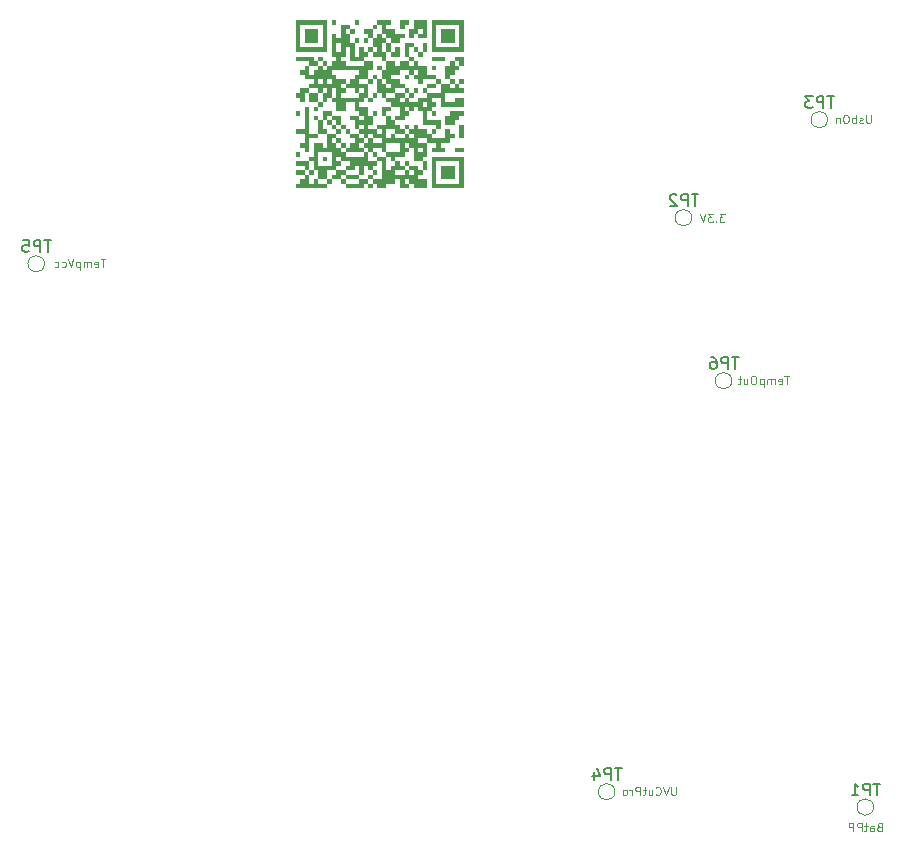
<source format=gbr>
%TF.GenerationSoftware,KiCad,Pcbnew,(6.0.2)*%
%TF.CreationDate,2022-03-20T19:15:30+02:00*%
%TF.ProjectId,main,6d61696e-2e6b-4696-9361-645f70636258,rev?*%
%TF.SameCoordinates,Original*%
%TF.FileFunction,Legend,Bot*%
%TF.FilePolarity,Positive*%
%FSLAX46Y46*%
G04 Gerber Fmt 4.6, Leading zero omitted, Abs format (unit mm)*
G04 Created by KiCad (PCBNEW (6.0.2)) date 2022-03-20 19:15:30*
%MOMM*%
%LPD*%
G01*
G04 APERTURE LIST*
%ADD10C,0.100000*%
%ADD11C,0.150000*%
%ADD12C,0.120000*%
G04 APERTURE END LIST*
D10*
X170584666Y-150064000D02*
X170484666Y-150097333D01*
X170451333Y-150130666D01*
X170418000Y-150197333D01*
X170418000Y-150297333D01*
X170451333Y-150364000D01*
X170484666Y-150397333D01*
X170551333Y-150430666D01*
X170818000Y-150430666D01*
X170818000Y-149730666D01*
X170584666Y-149730666D01*
X170518000Y-149764000D01*
X170484666Y-149797333D01*
X170451333Y-149864000D01*
X170451333Y-149930666D01*
X170484666Y-149997333D01*
X170518000Y-150030666D01*
X170584666Y-150064000D01*
X170818000Y-150064000D01*
X169818000Y-150430666D02*
X169818000Y-150064000D01*
X169851333Y-149997333D01*
X169918000Y-149964000D01*
X170051333Y-149964000D01*
X170118000Y-149997333D01*
X169818000Y-150397333D02*
X169884666Y-150430666D01*
X170051333Y-150430666D01*
X170118000Y-150397333D01*
X170151333Y-150330666D01*
X170151333Y-150264000D01*
X170118000Y-150197333D01*
X170051333Y-150164000D01*
X169884666Y-150164000D01*
X169818000Y-150130666D01*
X169584666Y-149964000D02*
X169318000Y-149964000D01*
X169484666Y-149730666D02*
X169484666Y-150330666D01*
X169451333Y-150397333D01*
X169384666Y-150430666D01*
X169318000Y-150430666D01*
X169084666Y-150430666D02*
X169084666Y-149730666D01*
X168818000Y-149730666D01*
X168751333Y-149764000D01*
X168718000Y-149797333D01*
X168684666Y-149864000D01*
X168684666Y-149964000D01*
X168718000Y-150030666D01*
X168751333Y-150064000D01*
X168818000Y-150097333D01*
X169084666Y-150097333D01*
X168384666Y-150430666D02*
X168384666Y-149730666D01*
X168118000Y-149730666D01*
X168051333Y-149764000D01*
X168018000Y-149797333D01*
X167984666Y-149864000D01*
X167984666Y-149964000D01*
X168018000Y-150030666D01*
X168051333Y-150064000D01*
X168118000Y-150097333D01*
X168384666Y-150097333D01*
X105053333Y-101978666D02*
X104653333Y-101978666D01*
X104853333Y-102678666D02*
X104853333Y-101978666D01*
X104153333Y-102645333D02*
X104220000Y-102678666D01*
X104353333Y-102678666D01*
X104420000Y-102645333D01*
X104453333Y-102578666D01*
X104453333Y-102312000D01*
X104420000Y-102245333D01*
X104353333Y-102212000D01*
X104220000Y-102212000D01*
X104153333Y-102245333D01*
X104120000Y-102312000D01*
X104120000Y-102378666D01*
X104453333Y-102445333D01*
X103820000Y-102678666D02*
X103820000Y-102212000D01*
X103820000Y-102278666D02*
X103786666Y-102245333D01*
X103720000Y-102212000D01*
X103620000Y-102212000D01*
X103553333Y-102245333D01*
X103520000Y-102312000D01*
X103520000Y-102678666D01*
X103520000Y-102312000D02*
X103486666Y-102245333D01*
X103420000Y-102212000D01*
X103320000Y-102212000D01*
X103253333Y-102245333D01*
X103220000Y-102312000D01*
X103220000Y-102678666D01*
X102886666Y-102212000D02*
X102886666Y-102912000D01*
X102886666Y-102245333D02*
X102820000Y-102212000D01*
X102686666Y-102212000D01*
X102620000Y-102245333D01*
X102586666Y-102278666D01*
X102553333Y-102345333D01*
X102553333Y-102545333D01*
X102586666Y-102612000D01*
X102620000Y-102645333D01*
X102686666Y-102678666D01*
X102820000Y-102678666D01*
X102886666Y-102645333D01*
X102353333Y-101978666D02*
X102120000Y-102678666D01*
X101886666Y-101978666D01*
X101353333Y-102645333D02*
X101420000Y-102678666D01*
X101553333Y-102678666D01*
X101620000Y-102645333D01*
X101653333Y-102612000D01*
X101686666Y-102545333D01*
X101686666Y-102345333D01*
X101653333Y-102278666D01*
X101620000Y-102245333D01*
X101553333Y-102212000D01*
X101420000Y-102212000D01*
X101353333Y-102245333D01*
X100753333Y-102645333D02*
X100820000Y-102678666D01*
X100953333Y-102678666D01*
X101020000Y-102645333D01*
X101053333Y-102612000D01*
X101086666Y-102545333D01*
X101086666Y-102345333D01*
X101053333Y-102278666D01*
X101020000Y-102245333D01*
X100953333Y-102212000D01*
X100820000Y-102212000D01*
X100753333Y-102245333D01*
X162948666Y-111884666D02*
X162548666Y-111884666D01*
X162748666Y-112584666D02*
X162748666Y-111884666D01*
X162048666Y-112551333D02*
X162115333Y-112584666D01*
X162248666Y-112584666D01*
X162315333Y-112551333D01*
X162348666Y-112484666D01*
X162348666Y-112218000D01*
X162315333Y-112151333D01*
X162248666Y-112118000D01*
X162115333Y-112118000D01*
X162048666Y-112151333D01*
X162015333Y-112218000D01*
X162015333Y-112284666D01*
X162348666Y-112351333D01*
X161715333Y-112584666D02*
X161715333Y-112118000D01*
X161715333Y-112184666D02*
X161682000Y-112151333D01*
X161615333Y-112118000D01*
X161515333Y-112118000D01*
X161448666Y-112151333D01*
X161415333Y-112218000D01*
X161415333Y-112584666D01*
X161415333Y-112218000D02*
X161382000Y-112151333D01*
X161315333Y-112118000D01*
X161215333Y-112118000D01*
X161148666Y-112151333D01*
X161115333Y-112218000D01*
X161115333Y-112584666D01*
X160782000Y-112118000D02*
X160782000Y-112818000D01*
X160782000Y-112151333D02*
X160715333Y-112118000D01*
X160582000Y-112118000D01*
X160515333Y-112151333D01*
X160482000Y-112184666D01*
X160448666Y-112251333D01*
X160448666Y-112451333D01*
X160482000Y-112518000D01*
X160515333Y-112551333D01*
X160582000Y-112584666D01*
X160715333Y-112584666D01*
X160782000Y-112551333D01*
X160015333Y-111884666D02*
X159882000Y-111884666D01*
X159815333Y-111918000D01*
X159748666Y-111984666D01*
X159715333Y-112118000D01*
X159715333Y-112351333D01*
X159748666Y-112484666D01*
X159815333Y-112551333D01*
X159882000Y-112584666D01*
X160015333Y-112584666D01*
X160082000Y-112551333D01*
X160148666Y-112484666D01*
X160182000Y-112351333D01*
X160182000Y-112118000D01*
X160148666Y-111984666D01*
X160082000Y-111918000D01*
X160015333Y-111884666D01*
X159115333Y-112118000D02*
X159115333Y-112584666D01*
X159415333Y-112118000D02*
X159415333Y-112484666D01*
X159382000Y-112551333D01*
X159315333Y-112584666D01*
X159215333Y-112584666D01*
X159148666Y-112551333D01*
X159115333Y-112518000D01*
X158882000Y-112118000D02*
X158615333Y-112118000D01*
X158782000Y-111884666D02*
X158782000Y-112484666D01*
X158748666Y-112551333D01*
X158682000Y-112584666D01*
X158615333Y-112584666D01*
X157497333Y-98168666D02*
X157064000Y-98168666D01*
X157297333Y-98435333D01*
X157197333Y-98435333D01*
X157130666Y-98468666D01*
X157097333Y-98502000D01*
X157064000Y-98568666D01*
X157064000Y-98735333D01*
X157097333Y-98802000D01*
X157130666Y-98835333D01*
X157197333Y-98868666D01*
X157397333Y-98868666D01*
X157464000Y-98835333D01*
X157497333Y-98802000D01*
X156764000Y-98802000D02*
X156730666Y-98835333D01*
X156764000Y-98868666D01*
X156797333Y-98835333D01*
X156764000Y-98802000D01*
X156764000Y-98868666D01*
X156497333Y-98168666D02*
X156064000Y-98168666D01*
X156297333Y-98435333D01*
X156197333Y-98435333D01*
X156130666Y-98468666D01*
X156097333Y-98502000D01*
X156064000Y-98568666D01*
X156064000Y-98735333D01*
X156097333Y-98802000D01*
X156130666Y-98835333D01*
X156197333Y-98868666D01*
X156397333Y-98868666D01*
X156464000Y-98835333D01*
X156497333Y-98802000D01*
X155864000Y-98168666D02*
X155630666Y-98868666D01*
X155397333Y-98168666D01*
X153380000Y-146682666D02*
X153380000Y-147249333D01*
X153346666Y-147316000D01*
X153313333Y-147349333D01*
X153246666Y-147382666D01*
X153113333Y-147382666D01*
X153046666Y-147349333D01*
X153013333Y-147316000D01*
X152980000Y-147249333D01*
X152980000Y-146682666D01*
X152746666Y-146682666D02*
X152513333Y-147382666D01*
X152280000Y-146682666D01*
X151646666Y-147316000D02*
X151680000Y-147349333D01*
X151780000Y-147382666D01*
X151846666Y-147382666D01*
X151946666Y-147349333D01*
X152013333Y-147282666D01*
X152046666Y-147216000D01*
X152080000Y-147082666D01*
X152080000Y-146982666D01*
X152046666Y-146849333D01*
X152013333Y-146782666D01*
X151946666Y-146716000D01*
X151846666Y-146682666D01*
X151780000Y-146682666D01*
X151680000Y-146716000D01*
X151646666Y-146749333D01*
X151046666Y-146916000D02*
X151046666Y-147382666D01*
X151346666Y-146916000D02*
X151346666Y-147282666D01*
X151313333Y-147349333D01*
X151246666Y-147382666D01*
X151146666Y-147382666D01*
X151080000Y-147349333D01*
X151046666Y-147316000D01*
X150813333Y-146916000D02*
X150546666Y-146916000D01*
X150713333Y-146682666D02*
X150713333Y-147282666D01*
X150680000Y-147349333D01*
X150613333Y-147382666D01*
X150546666Y-147382666D01*
X150313333Y-147382666D02*
X150313333Y-146682666D01*
X150046666Y-146682666D01*
X149980000Y-146716000D01*
X149946666Y-146749333D01*
X149913333Y-146816000D01*
X149913333Y-146916000D01*
X149946666Y-146982666D01*
X149980000Y-147016000D01*
X150046666Y-147049333D01*
X150313333Y-147049333D01*
X149613333Y-147382666D02*
X149613333Y-146916000D01*
X149613333Y-147049333D02*
X149580000Y-146982666D01*
X149546666Y-146949333D01*
X149480000Y-146916000D01*
X149413333Y-146916000D01*
X149080000Y-147382666D02*
X149146666Y-147349333D01*
X149180000Y-147316000D01*
X149213333Y-147249333D01*
X149213333Y-147049333D01*
X149180000Y-146982666D01*
X149146666Y-146949333D01*
X149080000Y-146916000D01*
X148980000Y-146916000D01*
X148913333Y-146949333D01*
X148880000Y-146982666D01*
X148846666Y-147049333D01*
X148846666Y-147249333D01*
X148880000Y-147316000D01*
X148913333Y-147349333D01*
X148980000Y-147382666D01*
X149080000Y-147382666D01*
X169885333Y-89786666D02*
X169885333Y-90353333D01*
X169852000Y-90420000D01*
X169818666Y-90453333D01*
X169752000Y-90486666D01*
X169618666Y-90486666D01*
X169552000Y-90453333D01*
X169518666Y-90420000D01*
X169485333Y-90353333D01*
X169485333Y-89786666D01*
X169185333Y-90453333D02*
X169118666Y-90486666D01*
X168985333Y-90486666D01*
X168918666Y-90453333D01*
X168885333Y-90386666D01*
X168885333Y-90353333D01*
X168918666Y-90286666D01*
X168985333Y-90253333D01*
X169085333Y-90253333D01*
X169152000Y-90220000D01*
X169185333Y-90153333D01*
X169185333Y-90120000D01*
X169152000Y-90053333D01*
X169085333Y-90020000D01*
X168985333Y-90020000D01*
X168918666Y-90053333D01*
X168585333Y-90486666D02*
X168585333Y-89786666D01*
X168585333Y-90053333D02*
X168518666Y-90020000D01*
X168385333Y-90020000D01*
X168318666Y-90053333D01*
X168285333Y-90086666D01*
X168252000Y-90153333D01*
X168252000Y-90353333D01*
X168285333Y-90420000D01*
X168318666Y-90453333D01*
X168385333Y-90486666D01*
X168518666Y-90486666D01*
X168585333Y-90453333D01*
X167818666Y-89786666D02*
X167685333Y-89786666D01*
X167618666Y-89820000D01*
X167552000Y-89886666D01*
X167518666Y-90020000D01*
X167518666Y-90253333D01*
X167552000Y-90386666D01*
X167618666Y-90453333D01*
X167685333Y-90486666D01*
X167818666Y-90486666D01*
X167885333Y-90453333D01*
X167952000Y-90386666D01*
X167985333Y-90253333D01*
X167985333Y-90020000D01*
X167952000Y-89886666D01*
X167885333Y-89820000D01*
X167818666Y-89786666D01*
X167218666Y-90020000D02*
X167218666Y-90486666D01*
X167218666Y-90086666D02*
X167185333Y-90053333D01*
X167118666Y-90020000D01*
X167018666Y-90020000D01*
X166952000Y-90053333D01*
X166918666Y-90120000D01*
X166918666Y-90486666D01*
D11*
%TO.C,TP2*%
X155261904Y-96504380D02*
X154690476Y-96504380D01*
X154976190Y-97504380D02*
X154976190Y-96504380D01*
X154357142Y-97504380D02*
X154357142Y-96504380D01*
X153976190Y-96504380D01*
X153880952Y-96552000D01*
X153833333Y-96599619D01*
X153785714Y-96694857D01*
X153785714Y-96837714D01*
X153833333Y-96932952D01*
X153880952Y-96980571D01*
X153976190Y-97028190D01*
X154357142Y-97028190D01*
X153404761Y-96599619D02*
X153357142Y-96552000D01*
X153261904Y-96504380D01*
X153023809Y-96504380D01*
X152928571Y-96552000D01*
X152880952Y-96599619D01*
X152833333Y-96694857D01*
X152833333Y-96790095D01*
X152880952Y-96932952D01*
X153452380Y-97504380D01*
X152833333Y-97504380D01*
%TO.C,TP6*%
X158661904Y-110304380D02*
X158090476Y-110304380D01*
X158376190Y-111304380D02*
X158376190Y-110304380D01*
X157757142Y-111304380D02*
X157757142Y-110304380D01*
X157376190Y-110304380D01*
X157280952Y-110352000D01*
X157233333Y-110399619D01*
X157185714Y-110494857D01*
X157185714Y-110637714D01*
X157233333Y-110732952D01*
X157280952Y-110780571D01*
X157376190Y-110828190D01*
X157757142Y-110828190D01*
X156328571Y-110304380D02*
X156519047Y-110304380D01*
X156614285Y-110352000D01*
X156661904Y-110399619D01*
X156757142Y-110542476D01*
X156804761Y-110732952D01*
X156804761Y-111113904D01*
X156757142Y-111209142D01*
X156709523Y-111256761D01*
X156614285Y-111304380D01*
X156423809Y-111304380D01*
X156328571Y-111256761D01*
X156280952Y-111209142D01*
X156233333Y-111113904D01*
X156233333Y-110875809D01*
X156280952Y-110780571D01*
X156328571Y-110732952D01*
X156423809Y-110685333D01*
X156614285Y-110685333D01*
X156709523Y-110732952D01*
X156757142Y-110780571D01*
X156804761Y-110875809D01*
%TO.C,TP1*%
X170661904Y-146404380D02*
X170090476Y-146404380D01*
X170376190Y-147404380D02*
X170376190Y-146404380D01*
X169757142Y-147404380D02*
X169757142Y-146404380D01*
X169376190Y-146404380D01*
X169280952Y-146452000D01*
X169233333Y-146499619D01*
X169185714Y-146594857D01*
X169185714Y-146737714D01*
X169233333Y-146832952D01*
X169280952Y-146880571D01*
X169376190Y-146928190D01*
X169757142Y-146928190D01*
X168233333Y-147404380D02*
X168804761Y-147404380D01*
X168519047Y-147404380D02*
X168519047Y-146404380D01*
X168614285Y-146547238D01*
X168709523Y-146642476D01*
X168804761Y-146690095D01*
%TO.C,TP5*%
X100461904Y-100404380D02*
X99890476Y-100404380D01*
X100176190Y-101404380D02*
X100176190Y-100404380D01*
X99557142Y-101404380D02*
X99557142Y-100404380D01*
X99176190Y-100404380D01*
X99080952Y-100452000D01*
X99033333Y-100499619D01*
X98985714Y-100594857D01*
X98985714Y-100737714D01*
X99033333Y-100832952D01*
X99080952Y-100880571D01*
X99176190Y-100928190D01*
X99557142Y-100928190D01*
X98080952Y-100404380D02*
X98557142Y-100404380D01*
X98604761Y-100880571D01*
X98557142Y-100832952D01*
X98461904Y-100785333D01*
X98223809Y-100785333D01*
X98128571Y-100832952D01*
X98080952Y-100880571D01*
X98033333Y-100975809D01*
X98033333Y-101213904D01*
X98080952Y-101309142D01*
X98128571Y-101356761D01*
X98223809Y-101404380D01*
X98461904Y-101404380D01*
X98557142Y-101356761D01*
X98604761Y-101309142D01*
%TO.C,TP3*%
X166761904Y-88204380D02*
X166190476Y-88204380D01*
X166476190Y-89204380D02*
X166476190Y-88204380D01*
X165857142Y-89204380D02*
X165857142Y-88204380D01*
X165476190Y-88204380D01*
X165380952Y-88252000D01*
X165333333Y-88299619D01*
X165285714Y-88394857D01*
X165285714Y-88537714D01*
X165333333Y-88632952D01*
X165380952Y-88680571D01*
X165476190Y-88728190D01*
X165857142Y-88728190D01*
X164952380Y-88204380D02*
X164333333Y-88204380D01*
X164666666Y-88585333D01*
X164523809Y-88585333D01*
X164428571Y-88632952D01*
X164380952Y-88680571D01*
X164333333Y-88775809D01*
X164333333Y-89013904D01*
X164380952Y-89109142D01*
X164428571Y-89156761D01*
X164523809Y-89204380D01*
X164809523Y-89204380D01*
X164904761Y-89156761D01*
X164952380Y-89109142D01*
%TO.C,TP4*%
X148761904Y-145104380D02*
X148190476Y-145104380D01*
X148476190Y-146104380D02*
X148476190Y-145104380D01*
X147857142Y-146104380D02*
X147857142Y-145104380D01*
X147476190Y-145104380D01*
X147380952Y-145152000D01*
X147333333Y-145199619D01*
X147285714Y-145294857D01*
X147285714Y-145437714D01*
X147333333Y-145532952D01*
X147380952Y-145580571D01*
X147476190Y-145628190D01*
X147857142Y-145628190D01*
X146428571Y-145437714D02*
X146428571Y-146104380D01*
X146666666Y-145056761D02*
X146904761Y-145771047D01*
X146285714Y-145771047D01*
D12*
%TO.C,TP2*%
X154700000Y-98500000D02*
G75*
G03*
X154700000Y-98500000I-700000J0D01*
G01*
%TO.C,TP6*%
X158100000Y-112300000D02*
G75*
G03*
X158100000Y-112300000I-700000J0D01*
G01*
%TO.C,G\u002A\u002A\u002A*%
G36*
X131930720Y-82553751D02*
G01*
X131540644Y-82553751D01*
X131540644Y-82943828D01*
X131150567Y-82943828D01*
X131150567Y-83318902D01*
X130775493Y-83318902D01*
X130775493Y-82553751D01*
X131150567Y-82553751D01*
X131150567Y-81788600D01*
X132305794Y-81788600D01*
X132305794Y-83318902D01*
X131540644Y-83318902D01*
X131540644Y-82943828D01*
X131930720Y-82943828D01*
X131930720Y-82553751D01*
G37*
G36*
X128074961Y-89860189D02*
G01*
X127699888Y-89860189D01*
X127699888Y-89470112D01*
X128074961Y-89470112D01*
X128074961Y-89860189D01*
G37*
G36*
X127699888Y-87174661D02*
G01*
X127309811Y-87174661D01*
X127309811Y-86784584D01*
X127699888Y-86784584D01*
X127699888Y-87174661D01*
G37*
G36*
X121158600Y-84474129D02*
G01*
X121158600Y-84084052D01*
X121533674Y-84084052D01*
X123454052Y-84084052D01*
X123454052Y-82163674D01*
X121533674Y-82163674D01*
X121533674Y-84084052D01*
X121158600Y-84084052D01*
X121158600Y-81788600D01*
X123844129Y-81788600D01*
X123844129Y-84474129D01*
X121158600Y-84474129D01*
G37*
G36*
X135381400Y-89860189D02*
G01*
X135006326Y-89860189D01*
X135006326Y-90250266D01*
X134616249Y-90250266D01*
X134616249Y-90625340D01*
X133851098Y-90625340D01*
X133851098Y-89860189D01*
X134226172Y-89860189D01*
X134226172Y-89470112D01*
X135381400Y-89470112D01*
X135381400Y-89860189D01*
G37*
G36*
X132305794Y-84474129D02*
G01*
X131930720Y-84474129D01*
X131930720Y-83708978D01*
X132305794Y-83708978D01*
X132305794Y-84474129D01*
G37*
G36*
X125389433Y-92560721D02*
G01*
X124999356Y-92560721D01*
X124999356Y-92170644D01*
X125389433Y-92170644D01*
X125389433Y-92560721D01*
G37*
G36*
X133085948Y-87549734D02*
G01*
X132305794Y-87549734D01*
X132305794Y-87174661D01*
X133085948Y-87174661D01*
X133085948Y-87549734D01*
G37*
G36*
X133085948Y-89860189D02*
G01*
X132695871Y-89860189D01*
X132695871Y-89470112D01*
X133085948Y-89470112D01*
X133085948Y-89860189D01*
G37*
G36*
X131540644Y-84474129D02*
G01*
X131150567Y-84474129D01*
X131150567Y-84084052D01*
X131540644Y-84084052D01*
X131540644Y-84474129D01*
G37*
G36*
X127309811Y-83708978D02*
G01*
X126919734Y-83708978D01*
X126919734Y-83318902D01*
X127309811Y-83318902D01*
X127309811Y-83708978D01*
G37*
G36*
X122313827Y-91405493D02*
G01*
X123078978Y-91405493D01*
X123078978Y-91780567D01*
X122313827Y-91780567D01*
X122313827Y-92935795D01*
X121923751Y-92935795D01*
X121923751Y-92560721D01*
X121533674Y-92560721D01*
X121533674Y-92170644D01*
X121923751Y-92170644D01*
X121923751Y-91405493D01*
X121158600Y-91405493D01*
X121158600Y-91015417D01*
X121923751Y-91015417D01*
X121923751Y-89095039D01*
X122313827Y-89095039D01*
X122313827Y-91405493D01*
G37*
G36*
X128074961Y-86784584D02*
G01*
X127699888Y-86784584D01*
X127699888Y-86394507D01*
X128074961Y-86394507D01*
X128074961Y-86784584D01*
G37*
G36*
X127699888Y-88704962D02*
G01*
X127309811Y-88704962D01*
X127309811Y-88329888D01*
X127699888Y-88329888D01*
X127699888Y-88704962D01*
G37*
G36*
X128074961Y-94856173D02*
G01*
X127699888Y-94856173D01*
X127699888Y-94481099D01*
X128074961Y-94481099D01*
X128074961Y-94856173D01*
G37*
G36*
X127699888Y-95246249D02*
G01*
X127309811Y-95246249D01*
X127309811Y-94856173D01*
X127699888Y-94856173D01*
X127699888Y-95246249D01*
G37*
G36*
X123078978Y-90250266D02*
G01*
X122688901Y-90250266D01*
X122688901Y-89860189D01*
X123078978Y-89860189D01*
X123078978Y-90250266D01*
G37*
G36*
X124999356Y-91405493D02*
G01*
X124609279Y-91405493D01*
X124609279Y-91015417D01*
X124999356Y-91015417D01*
X124999356Y-91405493D01*
G37*
G36*
X122313827Y-87939811D02*
G01*
X121923751Y-87939811D01*
X121923751Y-88704962D01*
X121533674Y-88704962D01*
X121533674Y-88329888D01*
X121158600Y-88329888D01*
X121158600Y-87939811D01*
X121533674Y-87939811D01*
X121533674Y-87549734D01*
X122313827Y-87549734D01*
X122313827Y-87939811D01*
G37*
G36*
X135381400Y-91780567D02*
G01*
X135006326Y-91780567D01*
X135006326Y-90625340D01*
X135381400Y-90625340D01*
X135381400Y-91780567D01*
G37*
G36*
X131540644Y-85239280D02*
G01*
X131540644Y-85629356D01*
X132305794Y-85629356D01*
X132305794Y-86394507D01*
X133085948Y-86394507D01*
X133085948Y-86784584D01*
X131930720Y-86784584D01*
X131930720Y-87174661D01*
X131540644Y-87174661D01*
X131540644Y-86784584D01*
X131150567Y-86784584D01*
X131150567Y-86394507D01*
X131540644Y-86394507D01*
X131540644Y-86019433D01*
X131150567Y-86019433D01*
X131150567Y-86394507D01*
X130775493Y-86394507D01*
X130775493Y-86019433D01*
X129995339Y-86019433D01*
X129995339Y-86394507D01*
X129230189Y-86394507D01*
X129230189Y-86784584D01*
X129995339Y-86784584D01*
X129995339Y-87174661D01*
X130385416Y-87174661D01*
X130385416Y-87549734D01*
X129620266Y-87549734D01*
X129620266Y-87939811D01*
X128840112Y-87939811D01*
X128840112Y-88329888D01*
X129620266Y-88329888D01*
X129620266Y-87939811D01*
X130385416Y-87939811D01*
X130385416Y-88329888D01*
X130775493Y-88329888D01*
X130775493Y-88704962D01*
X131540644Y-88704962D01*
X131540644Y-88329888D01*
X132305794Y-88329888D01*
X132305794Y-87939811D01*
X133461022Y-87939811D01*
X133461022Y-87174661D01*
X133085948Y-87174661D01*
X133085948Y-86784584D01*
X133461022Y-86784584D01*
X133461022Y-87174661D01*
X134226172Y-87174661D01*
X134226172Y-86784584D01*
X134616249Y-86784584D01*
X134616249Y-87174661D01*
X134226172Y-87174661D01*
X134226172Y-87549734D01*
X134616249Y-87549734D01*
X134616249Y-87174661D01*
X135006326Y-87174661D01*
X135006326Y-87549734D01*
X135381400Y-87549734D01*
X135381400Y-87939811D01*
X133851098Y-87939811D01*
X133851098Y-88704962D01*
X134616249Y-88704962D01*
X134616249Y-88329888D01*
X135381400Y-88329888D01*
X135381400Y-89095039D01*
X133461022Y-89095039D01*
X133461022Y-88329888D01*
X132695871Y-88329888D01*
X132695871Y-88704962D01*
X133085948Y-88704962D01*
X133085948Y-89095039D01*
X132695871Y-89095039D01*
X132695871Y-89470112D01*
X132305794Y-89470112D01*
X132305794Y-90250266D01*
X133461022Y-90250266D01*
X133461022Y-91015417D01*
X133085948Y-91015417D01*
X133085948Y-90625340D01*
X131930720Y-90625340D01*
X131930720Y-89470112D01*
X131540644Y-89470112D01*
X131540644Y-89095039D01*
X131930720Y-89095039D01*
X132305794Y-89095039D01*
X132305794Y-88704962D01*
X131930720Y-88704962D01*
X131930720Y-89095039D01*
X131540644Y-89095039D01*
X131150567Y-89095039D01*
X131150567Y-89470112D01*
X130775493Y-89470112D01*
X130775493Y-89095039D01*
X130385416Y-89095039D01*
X130385416Y-89470112D01*
X130775493Y-89470112D01*
X130775493Y-89860189D01*
X130385416Y-89860189D01*
X130385416Y-90250266D01*
X129620266Y-90250266D01*
X129620266Y-90625340D01*
X129995339Y-90625340D01*
X129995339Y-91015417D01*
X130385416Y-91015417D01*
X130385416Y-91405493D01*
X130775493Y-91405493D01*
X130775493Y-91015417D01*
X131150567Y-91015417D01*
X131150567Y-90625340D01*
X131540644Y-90625340D01*
X131540644Y-91015417D01*
X132305794Y-91015417D01*
X132305794Y-91405493D01*
X132695871Y-91405493D01*
X132695871Y-91015417D01*
X133085948Y-91015417D01*
X133085948Y-91405493D01*
X132695871Y-91405493D01*
X132695871Y-91780567D01*
X133851098Y-91780567D01*
X133851098Y-91015417D01*
X134226172Y-91015417D01*
X134226172Y-91405493D01*
X134616249Y-91405493D01*
X134616249Y-91780567D01*
X134226172Y-91780567D01*
X134226172Y-92170644D01*
X133461022Y-92170644D01*
X133461022Y-92560721D01*
X133851098Y-92560721D01*
X133851098Y-92935795D01*
X132695871Y-92935795D01*
X132695871Y-92560721D01*
X133085948Y-92560721D01*
X133085948Y-92170644D01*
X132305794Y-92170644D01*
X132305794Y-91780567D01*
X131540644Y-91780567D01*
X131540644Y-92170644D01*
X132305794Y-92170644D01*
X132305794Y-93325871D01*
X131930720Y-93325871D01*
X131930720Y-93715948D01*
X132305794Y-93715948D01*
X132305794Y-94481099D01*
X131930720Y-94481099D01*
X131930720Y-93715948D01*
X131150567Y-93715948D01*
X131150567Y-92935795D01*
X131540644Y-92935795D01*
X131930720Y-92935795D01*
X131930720Y-92560721D01*
X131540644Y-92560721D01*
X131540644Y-92935795D01*
X131150567Y-92935795D01*
X131150567Y-92560721D01*
X130775493Y-92560721D01*
X130775493Y-92170644D01*
X130385416Y-92170644D01*
X130385416Y-92560721D01*
X130775493Y-92560721D01*
X130775493Y-92935795D01*
X130385416Y-92935795D01*
X130385416Y-93325871D01*
X129620266Y-93325871D01*
X129620266Y-93715948D01*
X129995339Y-93715948D01*
X129995339Y-94091022D01*
X130385416Y-94091022D01*
X130385416Y-94481099D01*
X130775493Y-94481099D01*
X130775493Y-94091022D01*
X131540644Y-94091022D01*
X131540644Y-94481099D01*
X131930720Y-94481099D01*
X131930720Y-94856173D01*
X131540644Y-94856173D01*
X131540644Y-95246249D01*
X132305794Y-95246249D01*
X132305794Y-96011400D01*
X131150567Y-96011400D01*
X131150567Y-95636326D01*
X130775493Y-95636326D01*
X130775493Y-95246249D01*
X130385416Y-95246249D01*
X130385416Y-95636326D01*
X130775493Y-95636326D01*
X130775493Y-96011400D01*
X129995339Y-96011400D01*
X129995339Y-95246249D01*
X129620266Y-95246249D01*
X129620266Y-95636326D01*
X128840112Y-95636326D01*
X128840112Y-96011400D01*
X128074961Y-96011400D01*
X128074961Y-95636326D01*
X127699888Y-95636326D01*
X127699888Y-96011400D01*
X127309811Y-96011400D01*
X127309811Y-95636326D01*
X126919734Y-95636326D01*
X126919734Y-96011400D01*
X125389433Y-96011400D01*
X125389433Y-95636326D01*
X124999356Y-95636326D01*
X124999356Y-95246249D01*
X125389433Y-95246249D01*
X125389433Y-95636326D01*
X126544660Y-95636326D01*
X126544660Y-95246249D01*
X127309811Y-95246249D01*
X127309811Y-95636326D01*
X127699888Y-95636326D01*
X127699888Y-95246249D01*
X128465038Y-95246249D01*
X128465038Y-94856173D01*
X129620266Y-94856173D01*
X130385416Y-94856173D01*
X130775493Y-94856173D01*
X131150567Y-94856173D01*
X131150567Y-94481099D01*
X130775493Y-94481099D01*
X130775493Y-94856173D01*
X130385416Y-94856173D01*
X130385416Y-94481099D01*
X129620266Y-94481099D01*
X129620266Y-94856173D01*
X128465038Y-94856173D01*
X128465038Y-94481099D01*
X128840112Y-94481099D01*
X129230189Y-94481099D01*
X129230189Y-94091022D01*
X129620266Y-94091022D01*
X129620266Y-93715948D01*
X129230189Y-93715948D01*
X129230189Y-93325871D01*
X128840112Y-93325871D01*
X128840112Y-94481099D01*
X128465038Y-94481099D01*
X128465038Y-93715948D01*
X128074961Y-93715948D01*
X128074961Y-94091022D01*
X127699888Y-94091022D01*
X127699888Y-94481099D01*
X127309811Y-94481099D01*
X127309811Y-94091022D01*
X126919734Y-94091022D01*
X126919734Y-94856173D01*
X126544660Y-94856173D01*
X126544660Y-94091022D01*
X126154583Y-94091022D01*
X126154583Y-94481099D01*
X125389433Y-94481099D01*
X125389433Y-94856173D01*
X124999356Y-94856173D01*
X124999356Y-95246249D01*
X124234205Y-95246249D01*
X124234205Y-95636326D01*
X123844129Y-95636326D01*
X123844129Y-95246249D01*
X124234205Y-95246249D01*
X124234205Y-94856173D01*
X124609279Y-94856173D01*
X124609279Y-94481099D01*
X125389433Y-94481099D01*
X125389433Y-94091022D01*
X125764507Y-94091022D01*
X125764507Y-93715948D01*
X124999356Y-93715948D01*
X124999356Y-93325871D01*
X125389433Y-93325871D01*
X126919734Y-93325871D01*
X126919734Y-92935795D01*
X127309811Y-92935795D01*
X127309811Y-93715948D01*
X128074961Y-93715948D01*
X128074961Y-93325871D01*
X128840112Y-93325871D01*
X128840112Y-92935795D01*
X129995339Y-92935795D01*
X129995339Y-92170644D01*
X128840112Y-92170644D01*
X128840112Y-92935795D01*
X128465038Y-92935795D01*
X128465038Y-92560721D01*
X127699888Y-92560721D01*
X127699888Y-92935795D01*
X127309811Y-92935795D01*
X127309811Y-92560721D01*
X126919734Y-92560721D01*
X126919734Y-92170644D01*
X126544660Y-92170644D01*
X126544660Y-92560721D01*
X126919734Y-92560721D01*
X126919734Y-92935795D01*
X125389433Y-92935795D01*
X125389433Y-93325871D01*
X124999356Y-93325871D01*
X124609279Y-93325871D01*
X124609279Y-93715948D01*
X124999356Y-93715948D01*
X124999356Y-94091022D01*
X124609279Y-94091022D01*
X124609279Y-94481099D01*
X123844129Y-94481099D01*
X123844129Y-95246249D01*
X123078978Y-95246249D01*
X123078978Y-94481099D01*
X122688901Y-94481099D01*
X122688901Y-94091022D01*
X123078978Y-94091022D01*
X124234205Y-94091022D01*
X124234205Y-92935795D01*
X123078978Y-92935795D01*
X123078978Y-94091022D01*
X122688901Y-94091022D01*
X122688901Y-93715948D01*
X122313827Y-93715948D01*
X122313827Y-93325871D01*
X122688901Y-93325871D01*
X122688901Y-92170644D01*
X123454052Y-92170644D01*
X123454052Y-92560721D01*
X123844129Y-92560721D01*
X123844129Y-91405493D01*
X123078978Y-91405493D01*
X123078978Y-90250266D01*
X123454052Y-90250266D01*
X123454052Y-89470112D01*
X124234205Y-89470112D01*
X124234205Y-89860189D01*
X123844129Y-89860189D01*
X123844129Y-90250266D01*
X123454052Y-90250266D01*
X123454052Y-91015417D01*
X123844129Y-91015417D01*
X123844129Y-91405493D01*
X124609279Y-91405493D01*
X124609279Y-91780567D01*
X124234205Y-91780567D01*
X124234205Y-92170644D01*
X124609279Y-92170644D01*
X124609279Y-92560721D01*
X124999356Y-92560721D01*
X124999356Y-92935795D01*
X125389433Y-92935795D01*
X125389433Y-92560721D01*
X125764507Y-92560721D01*
X125764507Y-92170644D01*
X126154583Y-92170644D01*
X126154583Y-91780567D01*
X126544660Y-91780567D01*
X126919734Y-91780567D01*
X126919734Y-92170644D01*
X127309811Y-92170644D01*
X127309811Y-91780567D01*
X127699888Y-91780567D01*
X127699888Y-92170644D01*
X128465038Y-92170644D01*
X128465038Y-91780567D01*
X128840112Y-91780567D01*
X129230189Y-91780567D01*
X129620266Y-91780567D01*
X130385416Y-91780567D01*
X130775493Y-91780567D01*
X131150567Y-91780567D01*
X131150567Y-91405493D01*
X130775493Y-91405493D01*
X130775493Y-91780567D01*
X130385416Y-91780567D01*
X130385416Y-91405493D01*
X129620266Y-91405493D01*
X129620266Y-91780567D01*
X129230189Y-91780567D01*
X129230189Y-91405493D01*
X129620266Y-91405493D01*
X129620266Y-91015417D01*
X128840112Y-91015417D01*
X128840112Y-91780567D01*
X128465038Y-91780567D01*
X127699888Y-91780567D01*
X127699888Y-91405493D01*
X128074961Y-91405493D01*
X128465038Y-91405493D01*
X128465038Y-91015417D01*
X128074961Y-91015417D01*
X128074961Y-91405493D01*
X127699888Y-91405493D01*
X127309811Y-91405493D01*
X127309811Y-91780567D01*
X126919734Y-91780567D01*
X126919734Y-91405493D01*
X126544660Y-91405493D01*
X126544660Y-91780567D01*
X126154583Y-91780567D01*
X125764507Y-91780567D01*
X125764507Y-91405493D01*
X125389433Y-91405493D01*
X125389433Y-91015417D01*
X124999356Y-91015417D01*
X124999356Y-90625340D01*
X124609279Y-90625340D01*
X124609279Y-90250266D01*
X124234205Y-90250266D01*
X124234205Y-89860189D01*
X124999356Y-89860189D01*
X124999356Y-90625340D01*
X125389433Y-90625340D01*
X125389433Y-91015417D01*
X125764507Y-91015417D01*
X125764507Y-91405493D01*
X126544660Y-91405493D01*
X126544660Y-91015417D01*
X126919734Y-91015417D01*
X126919734Y-90625340D01*
X126544660Y-90625340D01*
X126544660Y-91015417D01*
X126154583Y-91015417D01*
X126154583Y-90250266D01*
X126544660Y-90250266D01*
X126919734Y-90250266D01*
X126919734Y-89860189D01*
X126544660Y-89860189D01*
X126544660Y-90250266D01*
X126154583Y-90250266D01*
X125764507Y-90250266D01*
X125764507Y-89860189D01*
X126544660Y-89860189D01*
X126544660Y-89470112D01*
X126154583Y-89470112D01*
X126154583Y-88704962D01*
X125389433Y-88704962D01*
X125389433Y-89470112D01*
X124609279Y-89470112D01*
X124609279Y-88704962D01*
X124234205Y-88704962D01*
X124234205Y-88329888D01*
X124609279Y-88329888D01*
X124999356Y-88329888D01*
X126919734Y-88329888D01*
X126919734Y-88704962D01*
X126544660Y-88704962D01*
X126544660Y-89095039D01*
X127309811Y-89095039D01*
X127309811Y-89860189D01*
X127699888Y-89860189D01*
X127699888Y-90625340D01*
X127309811Y-90625340D01*
X127309811Y-91015417D01*
X128074961Y-91015417D01*
X128074961Y-90625340D01*
X128840112Y-90625340D01*
X128840112Y-89860189D01*
X129230189Y-89860189D01*
X129230189Y-90250266D01*
X129620266Y-90250266D01*
X129620266Y-89860189D01*
X129995339Y-89860189D01*
X129995339Y-89095039D01*
X129230189Y-89095039D01*
X129230189Y-88704962D01*
X129995339Y-88704962D01*
X130385416Y-88704962D01*
X130385416Y-88329888D01*
X129995339Y-88329888D01*
X129995339Y-88704962D01*
X129230189Y-88704962D01*
X128840112Y-88704962D01*
X128840112Y-88329888D01*
X128465038Y-88329888D01*
X128465038Y-87939811D01*
X128074961Y-87939811D01*
X128074961Y-87174661D01*
X128465038Y-87174661D01*
X128840112Y-87174661D01*
X128840112Y-87549734D01*
X129230189Y-87549734D01*
X129230189Y-87174661D01*
X128840112Y-87174661D01*
X128840112Y-86784584D01*
X128465038Y-86784584D01*
X128465038Y-87174661D01*
X128074961Y-87174661D01*
X128074961Y-86784584D01*
X128465038Y-86784584D01*
X128465038Y-86019433D01*
X128840112Y-86019433D01*
X128840112Y-85239280D01*
X128465038Y-85239280D01*
X128465038Y-84864206D01*
X127699888Y-84864206D01*
X127699888Y-84474129D01*
X128074961Y-84474129D01*
X128074961Y-84084052D01*
X127699888Y-84084052D01*
X127699888Y-84474129D01*
X127309811Y-84474129D01*
X127309811Y-84864206D01*
X126919734Y-84864206D01*
X126919734Y-85239280D01*
X127699888Y-85239280D01*
X127699888Y-86019433D01*
X127309811Y-86019433D01*
X127309811Y-86784584D01*
X126544660Y-86784584D01*
X126544660Y-87174661D01*
X127309811Y-87174661D01*
X127309811Y-88329888D01*
X126544660Y-88329888D01*
X126544660Y-87939811D01*
X126919734Y-87939811D01*
X126919734Y-87549734D01*
X126544660Y-87549734D01*
X126544660Y-87939811D01*
X126154583Y-87939811D01*
X126154583Y-87549734D01*
X125389433Y-87549734D01*
X125389433Y-87174661D01*
X124999356Y-87174661D01*
X124999356Y-87549734D01*
X125389433Y-87549734D01*
X125389433Y-87939811D01*
X124999356Y-87939811D01*
X124999356Y-88329888D01*
X124609279Y-88329888D01*
X124609279Y-87549734D01*
X124234205Y-87549734D01*
X124234205Y-88329888D01*
X123844129Y-88329888D01*
X123844129Y-88704962D01*
X123454052Y-88704962D01*
X123454052Y-87939811D01*
X123844129Y-87939811D01*
X123844129Y-87549734D01*
X123454052Y-87549734D01*
X123454052Y-87939811D01*
X123078978Y-87939811D01*
X123078978Y-87549734D01*
X122313827Y-87549734D01*
X122313827Y-87174661D01*
X122688901Y-87174661D01*
X123078978Y-87174661D01*
X123454052Y-87174661D01*
X123844129Y-87174661D01*
X124234205Y-87174661D01*
X124234205Y-86784584D01*
X123844129Y-86784584D01*
X123844129Y-87174661D01*
X123454052Y-87174661D01*
X123454052Y-86784584D01*
X123078978Y-86784584D01*
X123078978Y-87174661D01*
X122688901Y-87174661D01*
X122688901Y-86784584D01*
X121923751Y-86784584D01*
X121923751Y-86394507D01*
X121533674Y-86394507D01*
X121533674Y-86019433D01*
X121923751Y-86019433D01*
X121923751Y-85629356D01*
X122313827Y-85629356D01*
X122313827Y-85239280D01*
X121158600Y-85239280D01*
X121158600Y-84864206D01*
X122688901Y-84864206D01*
X122688901Y-85239280D01*
X123078978Y-85239280D01*
X123078978Y-84864206D01*
X123454052Y-84864206D01*
X123454052Y-85239280D01*
X123078978Y-85239280D01*
X123078978Y-85629356D01*
X122313827Y-85629356D01*
X122313827Y-86394507D01*
X122688901Y-86394507D01*
X124234205Y-86394507D01*
X124609279Y-86394507D01*
X124609279Y-86784584D01*
X125389433Y-86784584D01*
X125389433Y-87174661D01*
X125764507Y-87174661D01*
X125764507Y-86784584D01*
X126154583Y-86784584D01*
X126154583Y-86394507D01*
X126544660Y-86394507D01*
X126544660Y-86019433D01*
X124234205Y-86019433D01*
X124234205Y-86394507D01*
X122688901Y-86394507D01*
X122688901Y-86019433D01*
X123078978Y-86019433D01*
X123078978Y-85629356D01*
X123454052Y-85629356D01*
X123454052Y-86019433D01*
X123844129Y-86019433D01*
X123844129Y-85629356D01*
X123454052Y-85629356D01*
X123454052Y-85239280D01*
X123844129Y-85239280D01*
X123844129Y-85629356D01*
X124234205Y-85629356D01*
X124234205Y-85239280D01*
X124609279Y-85239280D01*
X124999356Y-85239280D01*
X125389433Y-85239280D01*
X125389433Y-85629356D01*
X126919734Y-85629356D01*
X126919734Y-85239280D01*
X125764507Y-85239280D01*
X125764507Y-84084052D01*
X125389433Y-84084052D01*
X125389433Y-84864206D01*
X124999356Y-84864206D01*
X124999356Y-85239280D01*
X124609279Y-85239280D01*
X124609279Y-84864206D01*
X124234205Y-84864206D01*
X124234205Y-84474129D01*
X124609279Y-84474129D01*
X124999356Y-84474129D01*
X124999356Y-83708978D01*
X124609279Y-83708978D01*
X124609279Y-84474129D01*
X124234205Y-84474129D01*
X124234205Y-82943828D01*
X124609279Y-82943828D01*
X124609279Y-83318902D01*
X124999356Y-83318902D01*
X124999356Y-82163674D01*
X125764507Y-82163674D01*
X125764507Y-82553751D01*
X125389433Y-82553751D01*
X125389433Y-82943828D01*
X125764507Y-82943828D01*
X125764507Y-83708978D01*
X126154583Y-83708978D01*
X126154583Y-84864206D01*
X126544660Y-84864206D01*
X126544660Y-84084052D01*
X126919734Y-84084052D01*
X126919734Y-84474129D01*
X127309811Y-84474129D01*
X127309811Y-84084052D01*
X127699888Y-84084052D01*
X127699888Y-83318902D01*
X128074961Y-83318902D01*
X128074961Y-82943828D01*
X128465038Y-82943828D01*
X128465038Y-82163674D01*
X128074961Y-82163674D01*
X128074961Y-82553751D01*
X127699888Y-82553751D01*
X127699888Y-83318902D01*
X127309811Y-83318902D01*
X127309811Y-82943828D01*
X126919734Y-82943828D01*
X126919734Y-82553751D01*
X127699888Y-82553751D01*
X127699888Y-82163674D01*
X128074961Y-82163674D01*
X128074961Y-81788600D01*
X129230189Y-81788600D01*
X129230189Y-82163674D01*
X128840112Y-82163674D01*
X128840112Y-82553751D01*
X129620266Y-82553751D01*
X129620266Y-82943828D01*
X130385416Y-82943828D01*
X130385416Y-83318902D01*
X129995339Y-83318902D01*
X129995339Y-83708978D01*
X129230189Y-83708978D01*
X129230189Y-83318902D01*
X128840112Y-83318902D01*
X128840112Y-82943828D01*
X128465038Y-82943828D01*
X128465038Y-83318902D01*
X128840112Y-83318902D01*
X128840112Y-83708978D01*
X128465038Y-83708978D01*
X128465038Y-84474129D01*
X128840112Y-84474129D01*
X128840112Y-85239280D01*
X129620266Y-85239280D01*
X129620266Y-85629356D01*
X129995339Y-85629356D01*
X129995339Y-85239280D01*
X130775493Y-85239280D01*
X130775493Y-84864206D01*
X131150567Y-84864206D01*
X131150567Y-85239280D01*
X130775493Y-85239280D01*
X130775493Y-85629356D01*
X131150567Y-85629356D01*
X131150567Y-85239280D01*
X131540644Y-85239280D01*
G37*
G36*
X129230189Y-83708978D02*
G01*
X129230189Y-84474129D01*
X128840112Y-84474129D01*
X128840112Y-83708978D01*
X129230189Y-83708978D01*
G37*
G36*
X126154583Y-82553751D02*
G01*
X126154583Y-82943828D01*
X125764507Y-82943828D01*
X125764507Y-82553751D01*
X126154583Y-82553751D01*
G37*
G36*
X123454052Y-89095039D02*
G01*
X123078978Y-89095039D01*
X123078978Y-88704962D01*
X123454052Y-88704962D01*
X123454052Y-89095039D01*
G37*
G36*
X124609279Y-82163674D02*
G01*
X124234205Y-82163674D01*
X124234205Y-81788600D01*
X124609279Y-81788600D01*
X124609279Y-82163674D01*
G37*
G36*
X122313827Y-95636326D02*
G01*
X122688901Y-95636326D01*
X122688901Y-95246249D01*
X123078978Y-95246249D01*
X123078978Y-95636326D01*
X123844129Y-95636326D01*
X123844129Y-96011400D01*
X121158600Y-96011400D01*
X121158600Y-95636326D01*
X121533674Y-95636326D01*
X121533674Y-95246249D01*
X121923751Y-95246249D01*
X121923751Y-94856173D01*
X122313827Y-94856173D01*
X122313827Y-95636326D01*
G37*
G36*
X123078978Y-89470112D02*
G01*
X122688901Y-89470112D01*
X122688901Y-89095039D01*
X123078978Y-89095039D01*
X123078978Y-89470112D01*
G37*
G36*
X128074961Y-93325871D02*
G01*
X127699888Y-93325871D01*
X127699888Y-92935795D01*
X128074961Y-92935795D01*
X128074961Y-93325871D01*
G37*
G36*
X134616249Y-95246249D02*
G01*
X133461022Y-95246249D01*
X133461022Y-94091022D01*
X134616249Y-94091022D01*
X134616249Y-95246249D01*
G37*
G36*
X122688901Y-94856173D02*
G01*
X122313827Y-94856173D01*
X122313827Y-94481099D01*
X122688901Y-94481099D01*
X122688901Y-94856173D01*
G37*
G36*
X126544660Y-83708978D02*
G01*
X126154583Y-83708978D01*
X126154583Y-83318902D01*
X126544660Y-83318902D01*
X126544660Y-83708978D01*
G37*
G36*
X126544660Y-82163674D02*
G01*
X126154583Y-82163674D01*
X126154583Y-81788600D01*
X126544660Y-81788600D01*
X126544660Y-82163674D01*
G37*
G36*
X132305794Y-87939811D02*
G01*
X131930720Y-87939811D01*
X131930720Y-87549734D01*
X132305794Y-87549734D01*
X132305794Y-87939811D01*
G37*
G36*
X123844129Y-93715948D02*
G01*
X123454052Y-93715948D01*
X123454052Y-93325871D01*
X123844129Y-93325871D01*
X123844129Y-93715948D01*
G37*
G36*
X128074961Y-88329888D02*
G01*
X127699888Y-88329888D01*
X127699888Y-87939811D01*
X128074961Y-87939811D01*
X128074961Y-88329888D01*
G37*
G36*
X131930720Y-84864206D02*
G01*
X131540644Y-84864206D01*
X131540644Y-84474129D01*
X131930720Y-84474129D01*
X131930720Y-84864206D01*
G37*
G36*
X133085948Y-86019433D02*
G01*
X132695871Y-86019433D01*
X132695871Y-85629356D01*
X133085948Y-85629356D01*
X133085948Y-86019433D01*
G37*
G36*
X121533674Y-93325871D02*
G01*
X121158600Y-93325871D01*
X121158600Y-92935795D01*
X121533674Y-92935795D01*
X121533674Y-93325871D01*
G37*
G36*
X123078978Y-88704962D02*
G01*
X122313827Y-88704962D01*
X122313827Y-87939811D01*
X123078978Y-87939811D01*
X123078978Y-88704962D01*
G37*
G36*
X134616249Y-83708978D02*
G01*
X133461022Y-83708978D01*
X133461022Y-82553751D01*
X134616249Y-82553751D01*
X134616249Y-83708978D01*
G37*
G36*
X129230189Y-89470112D02*
G01*
X128840112Y-89470112D01*
X128840112Y-89860189D01*
X128465038Y-89860189D01*
X128465038Y-89095039D01*
X129230189Y-89095039D01*
X129230189Y-89470112D01*
G37*
G36*
X131150567Y-88329888D02*
G01*
X130775493Y-88329888D01*
X130775493Y-87939811D01*
X131150567Y-87939811D01*
X131150567Y-88329888D01*
G37*
G36*
X124999356Y-92170644D02*
G01*
X124609279Y-92170644D01*
X124609279Y-91780567D01*
X124999356Y-91780567D01*
X124999356Y-92170644D01*
G37*
G36*
X135381400Y-87174661D02*
G01*
X135006326Y-87174661D01*
X135006326Y-86784584D01*
X135381400Y-86784584D01*
X135381400Y-87174661D01*
G37*
G36*
X135381400Y-85629356D02*
G01*
X135006326Y-85629356D01*
X135006326Y-85239280D01*
X134616249Y-85239280D01*
X134616249Y-85629356D01*
X135006326Y-85629356D01*
X135006326Y-86019433D01*
X134616249Y-86019433D01*
X134616249Y-86394507D01*
X134226172Y-86394507D01*
X134226172Y-86784584D01*
X133851098Y-86784584D01*
X133851098Y-85629356D01*
X134226172Y-85629356D01*
X134226172Y-85239280D01*
X134616249Y-85239280D01*
X134616249Y-84864206D01*
X135381400Y-84864206D01*
X135381400Y-85629356D01*
G37*
G36*
X130775493Y-87939811D02*
G01*
X130385416Y-87939811D01*
X130385416Y-87549734D01*
X130775493Y-87549734D01*
X130775493Y-87939811D01*
G37*
G36*
X128465038Y-86019433D02*
G01*
X128074961Y-86019433D01*
X128074961Y-85629356D01*
X128465038Y-85629356D01*
X128465038Y-86019433D01*
G37*
G36*
X130775493Y-82163674D02*
G01*
X130385416Y-82163674D01*
X130385416Y-82553751D01*
X129995339Y-82553751D01*
X129995339Y-81788600D01*
X130775493Y-81788600D01*
X130775493Y-82163674D01*
G37*
G36*
X132695871Y-84474129D02*
G01*
X132695871Y-84084052D01*
X133085948Y-84084052D01*
X135006326Y-84084052D01*
X135006326Y-82163674D01*
X133085948Y-82163674D01*
X133085948Y-84084052D01*
X132695871Y-84084052D01*
X132695871Y-81788600D01*
X135381400Y-81788600D01*
X135381400Y-84474129D01*
X132695871Y-84474129D01*
G37*
G36*
X121533674Y-89860189D02*
G01*
X121158600Y-89860189D01*
X121158600Y-89470112D01*
X121533674Y-89470112D01*
X121533674Y-89860189D01*
G37*
G36*
X133851098Y-85239280D02*
G01*
X132695871Y-85239280D01*
X132695871Y-84864206D01*
X133851098Y-84864206D01*
X133851098Y-85239280D01*
G37*
G36*
X135381400Y-92935795D02*
G01*
X134616249Y-92935795D01*
X134616249Y-92560721D01*
X135381400Y-92560721D01*
X135381400Y-92935795D01*
G37*
G36*
X130775493Y-94091022D02*
G01*
X130385416Y-94091022D01*
X130385416Y-93715948D01*
X130775493Y-93715948D01*
X130775493Y-94091022D01*
G37*
G36*
X123078978Y-83708978D02*
G01*
X121923751Y-83708978D01*
X121923751Y-82553751D01*
X123078978Y-82553751D01*
X123078978Y-83708978D01*
G37*
G36*
X121923751Y-94856173D02*
G01*
X121158600Y-94856173D01*
X121158600Y-94481099D01*
X121923751Y-94481099D01*
X121923751Y-94856173D01*
G37*
G36*
X131150567Y-84084052D02*
G01*
X130775493Y-84084052D01*
X130775493Y-84864206D01*
X130385416Y-84864206D01*
X130385416Y-83708978D01*
X131150567Y-83708978D01*
X131150567Y-84084052D01*
G37*
G36*
X129995339Y-84864206D02*
G01*
X129230189Y-84864206D01*
X129230189Y-84474129D01*
X129620266Y-84474129D01*
X129620266Y-84084052D01*
X129995339Y-84084052D01*
X129995339Y-84864206D01*
G37*
G36*
X126544660Y-95246249D02*
G01*
X125389433Y-95246249D01*
X125389433Y-94856173D01*
X126544660Y-94856173D01*
X126544660Y-95246249D01*
G37*
G36*
X131540644Y-87939811D02*
G01*
X131150567Y-87939811D01*
X131150567Y-87549734D01*
X131540644Y-87549734D01*
X131540644Y-87939811D01*
G37*
G36*
X130775493Y-91015417D02*
G01*
X130385416Y-91015417D01*
X130385416Y-90625340D01*
X130775493Y-90625340D01*
X130775493Y-91015417D01*
G37*
G36*
X130775493Y-86784584D02*
G01*
X130385416Y-86784584D01*
X130385416Y-86394507D01*
X130775493Y-86394507D01*
X130775493Y-86784584D01*
G37*
G36*
X124609279Y-91015417D02*
G01*
X124234205Y-91015417D01*
X124234205Y-90625340D01*
X124609279Y-90625340D01*
X124609279Y-91015417D01*
G37*
G36*
X124234205Y-90625340D02*
G01*
X123844129Y-90625340D01*
X123844129Y-90250266D01*
X124234205Y-90250266D01*
X124234205Y-90625340D01*
G37*
G36*
X122313827Y-94481099D02*
G01*
X121923751Y-94481099D01*
X121923751Y-94091022D01*
X121158600Y-94091022D01*
X121158600Y-93715948D01*
X122313827Y-93715948D01*
X122313827Y-94481099D01*
G37*
G36*
X132695871Y-96011400D02*
G01*
X132695871Y-95636326D01*
X133085948Y-95636326D01*
X135006326Y-95636326D01*
X135006326Y-93715948D01*
X133085948Y-93715948D01*
X133085948Y-95636326D01*
X132695871Y-95636326D01*
X132695871Y-93325871D01*
X135381400Y-93325871D01*
X135381400Y-96011400D01*
X132695871Y-96011400D01*
G37*
%TO.C,TP1*%
X170100000Y-148400000D02*
G75*
G03*
X170100000Y-148400000I-700000J0D01*
G01*
%TO.C,TP5*%
X99900000Y-102400000D02*
G75*
G03*
X99900000Y-102400000I-700000J0D01*
G01*
%TO.C,TP3*%
X166200000Y-90200000D02*
G75*
G03*
X166200000Y-90200000I-700000J0D01*
G01*
%TO.C,TP4*%
X148200000Y-147100000D02*
G75*
G03*
X148200000Y-147100000I-700000J0D01*
G01*
%TD*%
M02*

</source>
